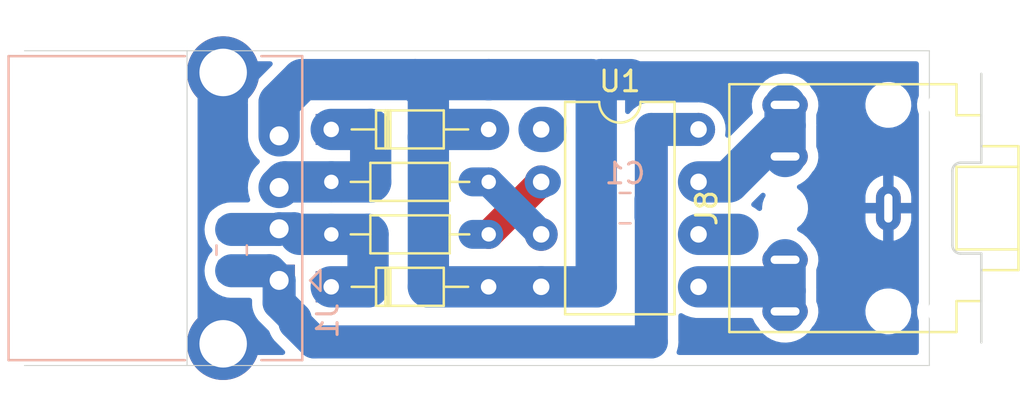
<source format=kicad_pcb>
(kicad_pcb (version 20211014) (generator pcbnew)
  (layers (0 "F.Cu" signal) (31 "B.Cu" signal) (34 "B.Paste" user) (35 "F.Paste" user) (36 "B.SilkS" user "B.Silkscreen") (37 "F.SilkS" user "F.Silkscreen") (38 "B.Mask" user) (39 "F.Mask" user) (44 "Edge.Cuts" user))
  (net 0 "")
  (net 1 "/USB_M")
  (net 2 "/PB3")
  (net 3 "/PB4")
  (net 4 "/PB0")
  (net 5 "/GND")
  (net 6 "/USB_P")
  (net 7 "/VCC")
  (net 8 "/PB2")
  (net 9 "/PB1")
  (net 10 "/PB5")
  (net 11 "/SHIELD")
  (footprint "Resistor_THT:R_Axial_DIN0204_L3.6mm_D1.6mm_P7.62mm_Horizontal" (layer "F.Cu") (at 93.65 101.27 180)
    (fp_text reference "R1" hide)
    (fp_text value "68" hide)
    (fp_line (start 1.89 -0.92) (end 1.89 0.92) (layer "F.SilkS") (width 0.12))
    (fp_line (start 0.94 0) (end 1.89 0) (layer "F.SilkS") (width 0.12))
    (fp_line (start 5.73 -0.92) (end 1.89 -0.92) (layer "F.SilkS") (width 0.12))
    (fp_line (start 6.68 0) (end 5.73 0) (layer "F.SilkS") (width 0.12))
    (fp_line (start 5.73 0.92) (end 5.73 -0.92) (layer "F.SilkS") (width 0.12))
    (fp_line (start 1.89 0.92) (end 5.73 0.92) (layer "F.SilkS") (width 0.12))
    (pad "1" thru_hole circle locked (at 0 0 180) (size 1.4 1.4) (drill 0.7) (layers *.Cu *.Mask) (net 2 "/PB3"))
    (pad "2" thru_hole oval locked (at 7.62 0 180) (size 1.4 1.4) (drill 0.7) (layers *.Cu *.Mask) (net 1 "/USB_M"))
  )
  (footprint "Resistor_THT:R_Axial_DIN0204_L3.6mm_D1.6mm_P7.62mm_Horizontal" (layer "F.Cu") (at 93.65 98.73 180)
    (fp_text reference "R2" hide)
    (fp_text value "68" hide)
    (fp_line (start 1.89 -0.92) (end 1.89 0.92) (layer "F.SilkS") (width 0.12))
    (fp_line (start 6.68 0) (end 5.73 0) (layer "F.SilkS") (width 0.12))
    (fp_line (start 5.73 0.92) (end 5.73 -0.92) (layer "F.SilkS") (width 0.12))
    (fp_line (start 5.73 -0.92) (end 1.89 -0.92) (layer "F.SilkS") (width 0.12))
    (fp_line (start 1.89 0.92) (end 5.73 0.92) (layer "F.SilkS") (width 0.12))
    (fp_line (start 0.94 0) (end 1.89 0) (layer "F.SilkS") (width 0.12))
    (pad "1" thru_hole circle locked (at 0 0 180) (size 1.4 1.4) (drill 0.7) (layers *.Cu *.Mask) (net 3 "/PB4"))
    (pad "2" thru_hole oval locked (at 7.62 0 180) (size 1.4 1.4) (drill 0.7) (layers *.Cu *.Mask) (net 6 "/USB_P"))
  )
  (footprint "Diode_THT:D_DO-34_SOD68_P7.62mm_Horizontal" (layer "F.Cu") (at 86.025 103.81)
    (fp_text reference "D1" hide)
    (fp_text value "3.6V" hide)
    (fp_line (start 2.17 -0.92) (end 2.17 0.92) (layer "F.SilkS") (width 0.12))
    (fp_line (start 6.63 0) (end 5.45 0) (layer "F.SilkS") (width 0.12))
    (fp_line (start 5.45 -0.92) (end 2.17 -0.92) (layer "F.SilkS") (width 0.12))
    (fp_line (start 0.99 0) (end 2.17 0) (layer "F.SilkS") (width 0.12))
    (fp_line (start 2.17 0.92) (end 5.45 0.92) (layer "F.SilkS") (width 0.12))
    (fp_line (start 2.866 -0.92) (end 2.866 0.92) (layer "F.SilkS") (width 0.12))
    (fp_line (start 2.626 -0.92) (end 2.626 0.92) (layer "F.SilkS") (width 0.12))
    (fp_line (start 2.746 -0.92) (end 2.746 0.92) (layer "F.SilkS") (width 0.12))
    (fp_line (start 5.45 0.92) (end 5.45 -0.92) (layer "F.SilkS") (width 0.12))
    (pad "1" thru_hole rect locked (at 0 0) (size 1.5 1.5) (drill 0.75) (layers *.Cu *.Mask) (net 1 "/USB_M"))
    (pad "2" thru_hole oval locked (at 7.62 0) (size 1.5 1.5) (drill 0.75) (layers *.Cu *.Mask) (net 5 "/GND"))
  )
  (footprint "Diode_THT:D_DO-34_SOD68_P7.62mm_Horizontal" (layer "F.Cu") (at 86.025 96.19)
    (fp_text reference "D2" hide)
    (fp_text value "3.6V" hide)
    (fp_line (start 5.45 -0.92) (end 2.17 -0.92) (layer "F.SilkS") (width 0.12))
    (fp_line (start 2.626 -0.92) (end 2.626 0.92) (layer "F.SilkS") (width 0.12))
    (fp_line (start 2.866 -0.92) (end 2.866 0.92) (layer "F.SilkS") (width 0.12))
    (fp_line (start 5.45 0.92) (end 5.45 -0.92) (layer "F.SilkS") (width 0.12))
    (fp_line (start 2.746 -0.92) (end 2.746 0.92) (layer "F.SilkS") (width 0.12))
    (fp_line (start 0.99 0) (end 2.17 0) (layer "F.SilkS") (width 0.12))
    (fp_line (start 2.17 0.92) (end 5.45 0.92) (layer "F.SilkS") (width 0.12))
    (fp_line (start 6.63 0) (end 5.45 0) (layer "F.SilkS") (width 0.12))
    (fp_line (start 2.17 -0.92) (end 2.17 0.92) (layer "F.SilkS") (width 0.12))
    (pad "1" thru_hole rect locked (at 0 0) (size 1.5 1.5) (drill 0.75) (layers *.Cu *.Mask) (net 6 "/USB_P"))
    (pad "2" thru_hole oval locked (at 7.62 0) (size 1.5 1.5) (drill 0.75) (layers *.Cu *.Mask) (net 5 "/GND"))
  )
  (footprint "Package_DIP:DIP-8_W7.62mm" (layer "F.Cu") (at 96.19 96.19)
    (fp_text reference "U1" (at 3.81 -2.33) (layer "F.SilkS"))
    (fp_text value "ATtiny85-20PU" hide)
    (fp_line (start 6.46 -1.33) (end 4.81 -1.33) (layer "F.SilkS") (width 0.12))
    (fp_line (start 6.46 8.95) (end 6.46 -1.33) (layer "F.SilkS") (width 0.12))
    (fp_line (start 2.81 -1.33) (end 1.16 -1.33) (layer "F.SilkS") (width 0.12))
    (fp_line (start 1.16 -1.33) (end 1.16 8.95) (layer "F.SilkS") (width 0.12))
    (fp_line (start 1.16 8.95) (end 6.46 8.95) (layer "F.SilkS") (width 0.12))
    (fp_arc (start 4.81 -1.33) (mid 3.81 -0.33) (end 2.81 -1.33) (layer "F.SilkS") (width 0.12))
    (pad "1" thru_hole rect locked (at 0 0) (size 1.6 1.6) (drill 0.8) (layers *.Cu *.Mask) (net 10 "/PB5"))
    (pad "2" thru_hole oval locked (at 0 2.54) (size 1.6 1.6) (drill 0.8) (layers *.Cu *.Mask) (net 2 "/PB3"))
    (pad "3" thru_hole oval locked (at 0 5.08) (size 1.6 1.6) (drill 0.8) (layers *.Cu *.Mask) (net 3 "/PB4"))
    (pad "4" thru_hole oval locked (at 0 7.62) (size 1.6 1.6) (drill 0.8) (layers *.Cu *.Mask) (net 5 "/GND"))
    (pad "5" thru_hole oval locked (at 7.62 7.62) (size 1.6 1.6) (drill 0.8) (layers *.Cu *.Mask) (net 4 "/PB0"))
    (pad "6" thru_hole oval locked (at 7.62 5.08) (size 1.6 1.6) (drill 0.8) (layers *.Cu *.Mask) (net 9 "/PB1"))
    (pad "7" thru_hole oval locked (at 7.62 2.54) (size 1.6 1.6) (drill 0.8) (layers *.Cu *.Mask) (net 8 "/PB2"))
    (pad "8" thru_hole oval locked (at 7.62 0) (size 1.6 1.6) (drill 0.8) (layers *.Cu *.Mask) (net 7 "/VCC"))
  )
  (footprint "Connector_Audio:Jack_3.5mm_CUI_SJ1-3525N_Horizontal" (layer "F.Cu") (at 113 100 90)
    (fp_text reference "J8" (at 0 -8.8 90) (layer "F.SilkS"))
    (fp_text value "AudioJack2_Ground_Switch")
    (fp_line (start -3 4.5) (end -4.5 4.5) (layer "F.SilkS") (width 0.12))
    (fp_line (start -4.5 4.5) (end -4.5 3.3) (layer "F.SilkS") (width 0.12))
    (fp_line (start -2 3.3) (end -2 6.3) (layer "F.SilkS") (width 0.12))
    (fp_line (start 2 3.3) (end -2 3.3) (layer "F.SilkS") (width 0.12))
    (fp_line (start 6 -7.7) (end 6 3.3) (layer "F.SilkS") (width 0.12))
    (fp_line (start 3 4.5) (end 3 6.3) (layer "F.SilkS") (width 0.12))
    (fp_line (start 2 6.3) (end 2 3.3) (layer "F.SilkS") (width 0.12))
    (fp_line (start -6 3.3) (end -6 -7.7) (layer "F.SilkS") (width 0.12))
    (fp_line (start 3 6.3) (end -3 6.3) (layer "F.SilkS") (width 0.12))
    (fp_line (start -3 6.3) (end -3 4.5) (layer "F.SilkS") (width 0.12))
    (fp_line (start 4.5 3.3) (end 4.5 4.5) (layer "F.SilkS") (width 0.12))
    (fp_line (start 4.5 4.5) (end 3 4.5) (layer "F.SilkS") (width 0.12))
    (fp_line (start -6 -7.7) (end 6 -7.7) (layer "F.SilkS") (width 0.12))
    (fp_line (start 6 3.3) (end 4.5 3.3) (layer "F.SilkS") (width 0.12))
    (fp_line (start -4.5 3.3) (end -6 3.3) (layer "F.SilkS") (width 0.12))
    (fp_line (start -2.2 3.5) (end -2.2 4.5) (layer "Edge.Cuts") (width 0.12))
    (fp_line (start 2.2 4.5) (end 6.5 4.5) (layer "Edge.Cuts") (width 0.12))
    (fp_line (start -2.2 4.5) (end -6.5 4.5) (layer "Edge.Cuts") (width 0.12))
    (fp_line (start 1.8 3.1) (end -1.8 3.1) (layer "Edge.Cuts") (width 0.12))
    (fp_line (start 2.2 3.5) (end 2.2 4.5) (layer "Edge.Cuts") (width 0.12))
    (fp_arc (start -2.2 3.5) (mid -2.082842 3.217158) (end -1.8 3.1) (layer "Edge.Cuts") (width 0.12))
    (fp_arc (start 1.8 3.1) (mid 2.082843 3.217157) (end 2.2 3.5) (layer "Edge.Cuts") (width 0.12))
    (pad "" np_thru_hole circle (at 5 2.5 90) (size 1.2 1.2) (drill 1.2) (layers *.Cu))
    (pad "" np_thru_hole circle (at 5 0 90) (size 1.2 1.2) (drill 1.2) (layers *.Cu))
    (pad "" np_thru_hole circle (at -5 2.5 90) (size 1.2 1.2) (drill 1.2) (layers *.Cu))
    (pad "" np_thru_hole circle (at -5 0 90) (size 1.2 1.2) (drill 1.2) (layers *.Cu))
    (pad "" np_thru_hole circle (at 0 -5 90) (size 1.2 1.2) (drill 1.2) (layers *.Cu))
    (pad "R" thru_hole oval (at -5 -5 90) (size 1.2 2.2) (drill oval 0.4 1.4) (layers *.Cu *.Mask) (net 4 "/PB0"))
    (pad "RN" thru_hole oval (at -2.5 -5 90) (size 1.2 2.2) (drill oval 0.4 1.4) (layers *.Cu *.Mask) (net 4 "/PB0"))
    (pad "S" thru_hole oval (at 0 0 90) (size 2.2 1.2) (drill oval 1.4 0.4) (layers *.Cu *.Mask) (net 5 "/GND"))
    (pad "T" thru_hole oval (at 5 -5 270) (size 1.2 2.2) (drill oval 0.4 1.4) (layers *.Cu *.Mask) (net 8 "/PB2"))
    (pad "TN" thru_hole oval (at 2.5 -5 270) (size 1.2 2.2) (drill oval 0.4 1.4) (layers *.Cu *.Mask) (net 8 "/PB2"))
  )
  (footprint "Resistor_SMD:R_0805_2012Metric_Pad1.20x1.40mm_HandSolder" (layer "B.Cu") (at 81.204 102.032 90)
    (fp_text reference "R3" hide)
    (fp_text value "2.2K" hide)
    (fp_line (start -0.227064 0.735) (end 0.227064 0.735) (layer "B.SilkS") (width 0.12))
    (fp_line (start -0.227064 -0.735) (end 0.227064 -0.735) (layer "B.SilkS") (width 0.12))
    (pad "1" smd roundrect locked (at -1 0 90) (size 1.2 1.4) (layers "B.Cu" "B.Paste" "B.Mask") (roundrect_rratio 0.2083333333) (net 7 "/VCC"))
    (pad "2" smd roundrect locked (at 1 0 90) (size 1.2 1.4) (layers "B.Cu" "B.Paste" "B.Mask") (roundrect_rratio 0.2083333333) (net 1 "/USB_M"))
  )
  (footprint "Capacitor_SMD:C_0805_2012Metric_Pad1.18x1.45mm_HandSolder" (layer "B.Cu") (at 100.254 100 180)
    (fp_text reference "C1" (at 0 1.68) (layer "B.SilkS") (effects (justify mirror)))
    (fp_text value "0.1")
    (fp_line (start -0.261252 0.735) (end 0.261252 0.735) (layer "B.SilkS") (width 0.12))
    (fp_line (start -0.261252 -0.735) (end 0.261252 -0.735) (layer "B.SilkS") (width 0.12))
    (pad "1" smd roundrect locked (at -1.0375 0 180) (size 1.175 1.45) (layers "B.Cu" "B.Paste" "B.Mask") (roundrect_rratio 0.2127659574) (net 7 "/VCC"))
    (pad "2" smd roundrect locked (at 1.0375 0 180) (size 1.175 1.45) (layers "B.Cu" "B.Paste" "B.Mask") (roundrect_rratio 0.2127659574) (net 5 "/GND"))
  )
  (footprint "Connector_USB:USB_A_CONNFLY_DS1095-WNR0" (layer "B.Cu") (at 83.5025 103.5 90)
    (fp_text reference "J1" (at -1.95 2.35 90) (layer "B.SilkS") (effects (justify mirror)))
    (fp_text value "USB_A")
    (fp_line (start -3.86 1.12) (end -3.86 -0.86) (layer "B.SilkS") (width 0.12))
    (fp_line (start 0.5 2) (end -0.5 2) (layer "B.SilkS") (width 0.12))
    (fp_line (start -3.86 1.12) (end 10.86 1.12) (layer "B.SilkS") (width 0.12))
    (fp_line (start 0 1.5) (end 0.5 2) (layer "B.SilkS") (width 0.12))
    (fp_line (start -3.86 -4.56) (end -3.86 -13.1) (layer "B.SilkS") (width 0.12))
    (fp_line (start -0.5 2) (end 0 1.5) (layer "B.SilkS") (width 0.12))
    (fp_line (start -3.86 -13.1) (end 10.86 -13.1) (layer "B.SilkS") (width 0.12))
    (fp_line (start 10.86 -0.86) (end 10.86 1.12) (layer "B.SilkS") (width 0.12))
    (fp_line (start 10.86 -4.56) (end 10.86 -13.1) (layer "B.SilkS") (width 0.12))
    (pad "1" thru_hole rect (at 0 0 90) (size 1.524 1.524) (drill 0.92) (layers *.Cu *.Mask) (net 7 "/VCC"))
    (pad "2" thru_hole circle (at 2.5 0 90) (size 1.524 1.524) (drill 0.92) (layers *.Cu *.Mask) (net 1 "/USB_M"))
    (pad "3" thru_hole circle (at 4.5 0 90) (size 1.524 1.524) (drill 0.92) (layers *.Cu *.Mask) (net 6 "/USB_P"))
    (pad "4" thru_hole circle (at 7 0 90) (size 1.524 1.524) (drill 0.92) (layers *.Cu *.Mask) (net 5 "/GND"))
    (pad "5" thru_hole circle (at 10.07 -2.71 90) (size 3.5 3.5) (drill 2.3) (layers *.Cu *.Mask) (net 11 "/SHIELD"))
    (pad "5" thru_hole circle (at -3.07 -2.71 90) (size 3.5 3.5) (drill 2.3) (layers *.Cu *.Mask) (net 11 "/SHIELD"))
  )
  (gr_line (start 79.045 92.38) (end 79.045 107.62) (layer "Edge.Cuts") (width 0.05))
  (gr_line (start 114.986 92.38) (end 114.986 107.62) (layer "Edge.Cuts") (width 0.05))
  (gr_line (start 71.171 92.38) (end 114.986 92.38) (layer "Edge.Cuts") (width 0.05))
  (gr_line (start 71.171 107.62) (end 114.986 107.62) (layer "Edge.Cuts") (width 0.05))
  (segment (start 83.4705 101.032) (end 83.5025 101) (width 1.6) (layer "B.Cu") (net 1))
  (segment (start 84.236 101) (end 84.506 101.27) (width 1.6) (layer "B.Cu") (net 1))
  (segment (start 81.204 101.032) (end 83.4705 101.032) (width 1.6) (layer "B.Cu") (net 1))
  (segment (start 87.808 101.27) (end 87.808 103.81) (width 2) (layer "B.Cu") (net 1))
  (segment (start 86.03 101.27) (end 87.808 101.27) (width 2) (layer "B.Cu") (net 1))
  (segment (start 86.03 101.27) (end 84.506 101.27) (width 2) (layer "B.Cu") (net 1))
  (segment (start 83.5025 101) (end 84.236 101) (width 1.6) (layer "B.Cu") (net 1))
  (segment (start 87.808 103.81) (end 86.025 103.81) (width 2) (layer "B.Cu") (net 1))
  (segment (start 93.65 101.27) (end 96.19 98.73) (width 1.4) (layer "F.Cu") (net 2))
  (segment (start 96.19 98.73) (end 96.444 98.73) (width 1.4) (layer "B.Cu") (net 2))
  (segment (start 93.65 101.27) (end 92.888 101.27) (width 1.4) (layer "B.Cu") (net 2))
  (segment (start 93.65 98.73) (end 92.888 98.73) (width 1.4) (layer "B.Cu") (net 3))
  (segment (start 93.65 98.73) (end 96.19 101.27) (width 1.4) (layer "B.Cu") (net 3))
  (segment (start 108 104) (end 108 102.5) (width 2) (layer "B.Cu") (net 4))
  (segment (start 103.81 103.81) (end 107.81 103.81) (width 2) (layer "B.Cu") (net 4))
  (segment (start 107.81 103.81) (end 108 104) (width 2) (layer "B.Cu") (net 4))
  (segment (start 108 105) (end 108 104) (width 2) (layer "B.Cu") (net 4))
  (segment (start 98.857 94.031) (end 98.857 103.81) (width 2) (layer "B.Cu") (net 5))
  (segment (start 93.645 96.19) (end 91.11 96.19) (width 2) (layer "B.Cu") (net 5))
  (segment (start 98.857 94.031) (end 99.111 93.777) (width 2) (layer "B.Cu") (net 5))
  (segment (start 93.65 93.777) (end 98.603 93.777) (width 2) (layer "B.Cu") (net 5))
  (segment (start 90.729 96.571) (end 90.729 94.412) (width 2) (layer "B.Cu") (net 5))
  (segment (start 91.11 96.19) (end 90.729 96.571) (width 2) (layer "B.Cu") (net 5))
  (segment (start 84.61674 93.777) (end 90.094 93.777) (width 2) (layer "B.Cu") (net 5))
  (segment (start 93.65 93.777) (end 93.645 93.782) (width 2) (layer "B.Cu") (net 5))
  (segment (start 83.5025 94.89124) (end 84.61674 93.777) (width 2) (layer "B.Cu") (net 5))
  (segment (start 90.729 103.81) (end 90.729 96.571) (width 2) (layer "B.Cu") (net 5))
  (segment (start 98.857 103.81) (end 96.19 103.81) (width 2) (layer "B.Cu") (net 5))
  (segment (start 90.094 93.777) (end 93.65 93.777) (width 2) (layer "B.Cu") (net 5))
  (segment (start 90.729 94.412) (end 90.094 93.777) (width 2) (layer "B.Cu") (net 5))
  (segment (start 98.603 93.777) (end 98.857 94.031) (width 2) (layer "B.Cu") (net 5))
  (segment (start 99.111 93.777) (end 100.508 93.777) (width 2) (layer "B.Cu") (net 5))
  (segment (start 83.5025 96.5) (end 83.5025 94.89124) (width 2) (layer "B.Cu") (net 5))
  (segment (start 96.19 103.81) (end 90.729 103.81) (width 2) (layer "B.Cu") (net 5))
  (segment (start 86.025 96.19) (end 87.935 96.19) (width 2) (layer "B.Cu") (net 6))
  (segment (start 86.03 98.73) (end 83.7725 98.73) (width 2) (layer "B.Cu") (net 6))
  (segment (start 87.935 98.73) (end 86.03 98.73) (width 2) (layer "B.Cu") (net 6))
  (segment (start 87.935 96.19) (end 87.935 98.73) (width 2) (layer "B.Cu") (net 6))
  (segment (start 83.7725 98.73) (end 83.5025 99) (width 2) (layer "B.Cu") (net 6))
  (segment (start 103.81 96.19) (end 101.524 96.19) (width 1.6) (layer "B.Cu") (net 7))
  (segment (start 84.275489 105.357489) (end 83.5025 104.5845) (width 1.6) (layer "B.Cu") (net 7))
  (segment (start 101.524 96.19) (end 101.524 106.477) (width 1.6) (layer "B.Cu") (net 7))
  (segment (start 81.204 103.032) (end 83.0345 103.032) (width 1.6) (layer "B.Cu") (net 7))
  (segment (start 84.275489 105.559511) (end 84.275489 105.357489) (width 1.6) (layer "B.Cu") (net 7))
  (segment (start 83.5025 104.5845) (end 83.5025 103.5) (width 1.6) (layer "B.Cu") (net 7))
  (segment (start 83.0345 103.032) (end 83.5025 103.5) (width 1.6) (layer "B.Cu") (net 7))
  (segment (start 85.192978 106.477) (end 84.275489 105.559511) (width 1.6) (layer "B.Cu") (net 7))
  (segment (start 101.524 106.477) (end 85.192978 106.477) (width 1.6) (layer "B.Cu") (net 7))
  (segment (start 108 95) (end 108 96) (width 2) (layer "B.Cu") (net 8))
  (segment (start 103.81 98.73) (end 105.27 98.73) (width 2) (layer "B.Cu") (net 8))
  (segment (start 105.27 98.73) (end 108 96) (width 2) (layer "B.Cu") (net 8))
  (segment (start 108 96) (end 108 97.5) (width 2) (layer "B.Cu") (net 8))
  (segment (start 103.81 101.27) (end 105.715 101.27) (width 2) (layer "B.Cu") (net 9))
  (segment (start 96.19 96.19) (end 96.317 96.19) (width 2.2) (layer "B.Cu") (net 10))
  (segment (start 80.7925 93.43) (end 80.7925 94.0005) (width 2) (layer "B.Cu") (net 11))
  (zone (net 11) (net_name "/SHIELD") (layer "B.Cu") (connect_pads yes (clearance 0.508)) (min_thickness 0.254) (fill yes (thermal_gap 0.508) (thermal_bridge_width 0.508) (island_removal_mode 1) (island_area_min 0))
    (polygon (pts (xy 85.014 107.62) (xy 79.045 107.62) (xy 79.045 92.38) (xy 85.014 92.38)))
  )
  (zone (net 5) (net_name "/GND") (layer "B.Cu") (connect_pads (clearance 0.508)) (min_thickness 0.254) (fill yes (thermal_gap 0.508) (thermal_bridge_width 0.508) (island_removal_mode 1) (island_area_min 0))
    (polygon (pts (xy 114.986 107.62) (xy 100.254 107.62) (xy 100.254 92.38) (xy 114.986 92.38)))
  )
)
</source>
